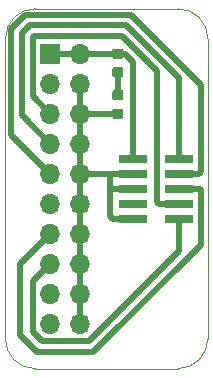
<source format=gbr>
G04 #@! TF.GenerationSoftware,KiCad,Pcbnew,5.1.2*
G04 #@! TF.CreationDate,2019-07-09T20:01:06-04:00*
G04 #@! TF.ProjectId,programmer,70726f67-7261-46d6-9d65-722e6b696361,rev?*
G04 #@! TF.SameCoordinates,PX9157080PY463f660*
G04 #@! TF.FileFunction,Copper,L1,Top*
G04 #@! TF.FilePolarity,Positive*
%FSLAX46Y46*%
G04 Gerber Fmt 4.6, Leading zero omitted, Abs format (unit mm)*
G04 Created by KiCad (PCBNEW 5.1.2) date 2019-07-09 20:01:06*
%MOMM*%
%LPD*%
G04 APERTURE LIST*
%ADD10C,0.050000*%
%ADD11C,0.100000*%
%ADD12C,0.875000*%
%ADD13R,2.400000X0.740000*%
%ADD14O,1.700000X1.700000*%
%ADD15R,1.700000X1.700000*%
%ADD16C,0.500000*%
G04 APERTURE END LIST*
D10*
X17145000Y-27940000D02*
X17145000Y-2540000D01*
X2540000Y-30480000D02*
X14605000Y-30480000D01*
X0Y-2540000D02*
X0Y-27940000D01*
X14605000Y0D02*
X2540000Y0D01*
X14605000Y0D02*
G75*
G02X17145000Y-2540000I0J-2540000D01*
G01*
X17145000Y-27940000D02*
G75*
G02X14605000Y-30480000I-2540000J0D01*
G01*
X2540000Y-30480000D02*
G75*
G02X0Y-27940000I0J2540000D01*
G01*
X0Y-2540000D02*
G75*
G02X2540000Y0I2540000J0D01*
G01*
D11*
G36*
X9802691Y-8453553D02*
G01*
X9823926Y-8456703D01*
X9844750Y-8461919D01*
X9864962Y-8469151D01*
X9884368Y-8478330D01*
X9902781Y-8489366D01*
X9920024Y-8502154D01*
X9935930Y-8516570D01*
X9950346Y-8532476D01*
X9963134Y-8549719D01*
X9974170Y-8568132D01*
X9983349Y-8587538D01*
X9990581Y-8607750D01*
X9995797Y-8628574D01*
X9998947Y-8649809D01*
X10000000Y-8671250D01*
X10000000Y-9108750D01*
X9998947Y-9130191D01*
X9995797Y-9151426D01*
X9990581Y-9172250D01*
X9983349Y-9192462D01*
X9974170Y-9211868D01*
X9963134Y-9230281D01*
X9950346Y-9247524D01*
X9935930Y-9263430D01*
X9920024Y-9277846D01*
X9902781Y-9290634D01*
X9884368Y-9301670D01*
X9864962Y-9310849D01*
X9844750Y-9318081D01*
X9823926Y-9323297D01*
X9802691Y-9326447D01*
X9781250Y-9327500D01*
X9268750Y-9327500D01*
X9247309Y-9326447D01*
X9226074Y-9323297D01*
X9205250Y-9318081D01*
X9185038Y-9310849D01*
X9165632Y-9301670D01*
X9147219Y-9290634D01*
X9129976Y-9277846D01*
X9114070Y-9263430D01*
X9099654Y-9247524D01*
X9086866Y-9230281D01*
X9075830Y-9211868D01*
X9066651Y-9192462D01*
X9059419Y-9172250D01*
X9054203Y-9151426D01*
X9051053Y-9130191D01*
X9050000Y-9108750D01*
X9050000Y-8671250D01*
X9051053Y-8649809D01*
X9054203Y-8628574D01*
X9059419Y-8607750D01*
X9066651Y-8587538D01*
X9075830Y-8568132D01*
X9086866Y-8549719D01*
X9099654Y-8532476D01*
X9114070Y-8516570D01*
X9129976Y-8502154D01*
X9147219Y-8489366D01*
X9165632Y-8478330D01*
X9185038Y-8469151D01*
X9205250Y-8461919D01*
X9226074Y-8456703D01*
X9247309Y-8453553D01*
X9268750Y-8452500D01*
X9781250Y-8452500D01*
X9802691Y-8453553D01*
X9802691Y-8453553D01*
G37*
D12*
X9525000Y-8890000D03*
D11*
G36*
X9802691Y-6878553D02*
G01*
X9823926Y-6881703D01*
X9844750Y-6886919D01*
X9864962Y-6894151D01*
X9884368Y-6903330D01*
X9902781Y-6914366D01*
X9920024Y-6927154D01*
X9935930Y-6941570D01*
X9950346Y-6957476D01*
X9963134Y-6974719D01*
X9974170Y-6993132D01*
X9983349Y-7012538D01*
X9990581Y-7032750D01*
X9995797Y-7053574D01*
X9998947Y-7074809D01*
X10000000Y-7096250D01*
X10000000Y-7533750D01*
X9998947Y-7555191D01*
X9995797Y-7576426D01*
X9990581Y-7597250D01*
X9983349Y-7617462D01*
X9974170Y-7636868D01*
X9963134Y-7655281D01*
X9950346Y-7672524D01*
X9935930Y-7688430D01*
X9920024Y-7702846D01*
X9902781Y-7715634D01*
X9884368Y-7726670D01*
X9864962Y-7735849D01*
X9844750Y-7743081D01*
X9823926Y-7748297D01*
X9802691Y-7751447D01*
X9781250Y-7752500D01*
X9268750Y-7752500D01*
X9247309Y-7751447D01*
X9226074Y-7748297D01*
X9205250Y-7743081D01*
X9185038Y-7735849D01*
X9165632Y-7726670D01*
X9147219Y-7715634D01*
X9129976Y-7702846D01*
X9114070Y-7688430D01*
X9099654Y-7672524D01*
X9086866Y-7655281D01*
X9075830Y-7636868D01*
X9066651Y-7617462D01*
X9059419Y-7597250D01*
X9054203Y-7576426D01*
X9051053Y-7555191D01*
X9050000Y-7533750D01*
X9050000Y-7096250D01*
X9051053Y-7074809D01*
X9054203Y-7053574D01*
X9059419Y-7032750D01*
X9066651Y-7012538D01*
X9075830Y-6993132D01*
X9086866Y-6974719D01*
X9099654Y-6957476D01*
X9114070Y-6941570D01*
X9129976Y-6927154D01*
X9147219Y-6914366D01*
X9165632Y-6903330D01*
X9185038Y-6894151D01*
X9205250Y-6886919D01*
X9226074Y-6881703D01*
X9247309Y-6878553D01*
X9268750Y-6877500D01*
X9781250Y-6877500D01*
X9802691Y-6878553D01*
X9802691Y-6878553D01*
G37*
D12*
X9525000Y-7315000D03*
D13*
X14695000Y-17780000D03*
X10795000Y-17780000D03*
X14695000Y-16510000D03*
X10795000Y-16510000D03*
X14695000Y-15240000D03*
X10795000Y-15240000D03*
X14695000Y-13970000D03*
X10795000Y-13970000D03*
X14695000Y-12700000D03*
X10795000Y-12700000D03*
D14*
X6350000Y-26670000D03*
X3810000Y-26670000D03*
X6350000Y-24130000D03*
X3810000Y-24130000D03*
X6350000Y-21590000D03*
X3810000Y-21590000D03*
X6350000Y-19050000D03*
X3810000Y-19050000D03*
X6350000Y-16510000D03*
X3810000Y-16510000D03*
X6350000Y-13970000D03*
X3810000Y-13970000D03*
X6350000Y-11430000D03*
X3810000Y-11430000D03*
X6350000Y-8890000D03*
X3810000Y-8890000D03*
X6350000Y-6350000D03*
X3810000Y-6350000D03*
X6350000Y-3810000D03*
D15*
X3810000Y-3810000D03*
D11*
G36*
X9802691Y-3373553D02*
G01*
X9823926Y-3376703D01*
X9844750Y-3381919D01*
X9864962Y-3389151D01*
X9884368Y-3398330D01*
X9902781Y-3409366D01*
X9920024Y-3422154D01*
X9935930Y-3436570D01*
X9950346Y-3452476D01*
X9963134Y-3469719D01*
X9974170Y-3488132D01*
X9983349Y-3507538D01*
X9990581Y-3527750D01*
X9995797Y-3548574D01*
X9998947Y-3569809D01*
X10000000Y-3591250D01*
X10000000Y-4028750D01*
X9998947Y-4050191D01*
X9995797Y-4071426D01*
X9990581Y-4092250D01*
X9983349Y-4112462D01*
X9974170Y-4131868D01*
X9963134Y-4150281D01*
X9950346Y-4167524D01*
X9935930Y-4183430D01*
X9920024Y-4197846D01*
X9902781Y-4210634D01*
X9884368Y-4221670D01*
X9864962Y-4230849D01*
X9844750Y-4238081D01*
X9823926Y-4243297D01*
X9802691Y-4246447D01*
X9781250Y-4247500D01*
X9268750Y-4247500D01*
X9247309Y-4246447D01*
X9226074Y-4243297D01*
X9205250Y-4238081D01*
X9185038Y-4230849D01*
X9165632Y-4221670D01*
X9147219Y-4210634D01*
X9129976Y-4197846D01*
X9114070Y-4183430D01*
X9099654Y-4167524D01*
X9086866Y-4150281D01*
X9075830Y-4131868D01*
X9066651Y-4112462D01*
X9059419Y-4092250D01*
X9054203Y-4071426D01*
X9051053Y-4050191D01*
X9050000Y-4028750D01*
X9050000Y-3591250D01*
X9051053Y-3569809D01*
X9054203Y-3548574D01*
X9059419Y-3527750D01*
X9066651Y-3507538D01*
X9075830Y-3488132D01*
X9086866Y-3469719D01*
X9099654Y-3452476D01*
X9114070Y-3436570D01*
X9129976Y-3422154D01*
X9147219Y-3409366D01*
X9165632Y-3398330D01*
X9185038Y-3389151D01*
X9205250Y-3381919D01*
X9226074Y-3376703D01*
X9247309Y-3373553D01*
X9268750Y-3372500D01*
X9781250Y-3372500D01*
X9802691Y-3373553D01*
X9802691Y-3373553D01*
G37*
D12*
X9525000Y-3810000D03*
D11*
G36*
X9802691Y-4948553D02*
G01*
X9823926Y-4951703D01*
X9844750Y-4956919D01*
X9864962Y-4964151D01*
X9884368Y-4973330D01*
X9902781Y-4984366D01*
X9920024Y-4997154D01*
X9935930Y-5011570D01*
X9950346Y-5027476D01*
X9963134Y-5044719D01*
X9974170Y-5063132D01*
X9983349Y-5082538D01*
X9990581Y-5102750D01*
X9995797Y-5123574D01*
X9998947Y-5144809D01*
X10000000Y-5166250D01*
X10000000Y-5603750D01*
X9998947Y-5625191D01*
X9995797Y-5646426D01*
X9990581Y-5667250D01*
X9983349Y-5687462D01*
X9974170Y-5706868D01*
X9963134Y-5725281D01*
X9950346Y-5742524D01*
X9935930Y-5758430D01*
X9920024Y-5772846D01*
X9902781Y-5785634D01*
X9884368Y-5796670D01*
X9864962Y-5805849D01*
X9844750Y-5813081D01*
X9823926Y-5818297D01*
X9802691Y-5821447D01*
X9781250Y-5822500D01*
X9268750Y-5822500D01*
X9247309Y-5821447D01*
X9226074Y-5818297D01*
X9205250Y-5813081D01*
X9185038Y-5805849D01*
X9165632Y-5796670D01*
X9147219Y-5785634D01*
X9129976Y-5772846D01*
X9114070Y-5758430D01*
X9099654Y-5742524D01*
X9086866Y-5725281D01*
X9075830Y-5706868D01*
X9066651Y-5687462D01*
X9059419Y-5667250D01*
X9054203Y-5646426D01*
X9051053Y-5625191D01*
X9050000Y-5603750D01*
X9050000Y-5166250D01*
X9051053Y-5144809D01*
X9054203Y-5123574D01*
X9059419Y-5102750D01*
X9066651Y-5082538D01*
X9075830Y-5063132D01*
X9086866Y-5044719D01*
X9099654Y-5027476D01*
X9114070Y-5011570D01*
X9129976Y-4997154D01*
X9147219Y-4984366D01*
X9165632Y-4973330D01*
X9185038Y-4964151D01*
X9205250Y-4956919D01*
X9226074Y-4951703D01*
X9247309Y-4948553D01*
X9268750Y-4947500D01*
X9781250Y-4947500D01*
X9802691Y-4948553D01*
X9802691Y-4948553D01*
G37*
D12*
X9525000Y-5385000D03*
D16*
X6350000Y-3810000D02*
X9525000Y-3810000D01*
X10795000Y-12700000D02*
X10795000Y-4505000D01*
X10100000Y-3810000D02*
X9525000Y-3810000D01*
X10795000Y-4505000D02*
X10100000Y-3810000D01*
X3810000Y-3810000D02*
X6350000Y-3810000D01*
X9525000Y-5385000D02*
X9525000Y-7315000D01*
X9525000Y-8890000D02*
X6350000Y-8890000D01*
X6350000Y-6350000D02*
X6350000Y-26670000D01*
X9095000Y-17780000D02*
X8890000Y-17575000D01*
X10795000Y-17780000D02*
X9095000Y-17780000D01*
X6350000Y-13970000D02*
X8890000Y-13970000D01*
X8890000Y-13970000D02*
X10795000Y-13970000D01*
X10795000Y-15240000D02*
X8890000Y-15240000D01*
X8890000Y-17575000D02*
X8890000Y-15240000D01*
X8890000Y-15240000D02*
X8890000Y-13970000D01*
X14695000Y-18650000D02*
X14695000Y-17780000D01*
X14695000Y-20545002D02*
X14695000Y-18650000D01*
X2309999Y-27390001D02*
X3089999Y-28170001D01*
X3810000Y-21590000D02*
X2309999Y-23090001D01*
X2309999Y-23090001D02*
X2309999Y-27390001D01*
X3089999Y-28170001D02*
X7070001Y-28170001D01*
X7070001Y-28170001D02*
X14695000Y-20545002D01*
X16395000Y-15240000D02*
X14695000Y-15240000D01*
X16545001Y-15390001D02*
X16395000Y-15240000D01*
X16545001Y-19967807D02*
X16545001Y-15390001D01*
X1270000Y-21590000D02*
X1270000Y-27622808D01*
X3810000Y-19050000D02*
X1270000Y-21590000D01*
X7442798Y-29070010D02*
X16545001Y-19967807D01*
X1270000Y-27622808D02*
X2717202Y-29070010D01*
X2717202Y-29070010D02*
X7442798Y-29070010D01*
X16395000Y-13970000D02*
X14695000Y-13970000D01*
X16545001Y-13819999D02*
X16395000Y-13970000D01*
X16545001Y-6436583D02*
X16545001Y-13819999D01*
X509981Y-10669981D02*
X509981Y-1694405D01*
X3810000Y-13970000D02*
X509981Y-10669981D01*
X10618399Y-509981D02*
X16545001Y-6436583D01*
X509981Y-1694405D02*
X1694408Y-509980D01*
X1694408Y-509980D02*
X10618399Y-509981D01*
X14695000Y-11830000D02*
X14695000Y-12700000D01*
X14695000Y-5859388D02*
X14695000Y-11830000D01*
X1409989Y-9029989D02*
X1409990Y-2067202D01*
X3810000Y-11430000D02*
X1409989Y-9029989D01*
X1409990Y-2067202D02*
X2067203Y-1409989D01*
X2067203Y-1409989D02*
X10245602Y-1409990D01*
X10245602Y-1409990D02*
X14695000Y-5859388D01*
X12995000Y-16510000D02*
X14695000Y-16510000D01*
X12844999Y-16359999D02*
X12995000Y-16510000D01*
X12844999Y-5282193D02*
X12844999Y-16359999D01*
X3810000Y-8890000D02*
X2309999Y-7389999D01*
X2309999Y-7389999D02*
X2309999Y-2439999D01*
X2309999Y-2439999D02*
X2439999Y-2309999D01*
X2439999Y-2309999D02*
X9872805Y-2309999D01*
X9872805Y-2309999D02*
X12844999Y-5282193D01*
M02*

</source>
